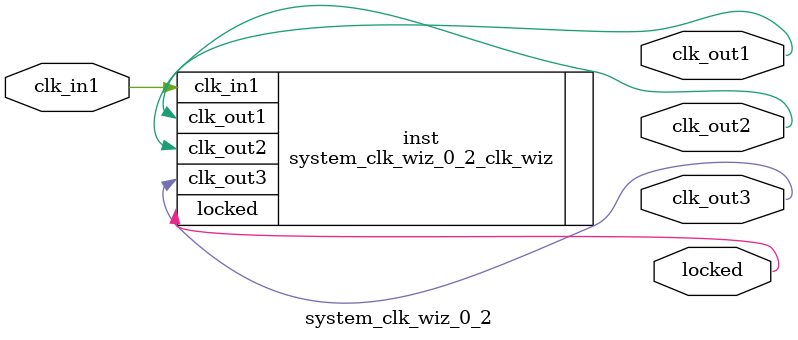
<source format=v>


`timescale 1ps/1ps

(* CORE_GENERATION_INFO = "system_clk_wiz_0_2,clk_wiz_v6_0_11_0_0,{component_name=system_clk_wiz_0_2,use_phase_alignment=true,use_min_o_jitter=false,use_max_i_jitter=false,use_dyn_phase_shift=false,use_inclk_switchover=false,use_dyn_reconfig=false,enable_axi=0,feedback_source=FDBK_AUTO,PRIMITIVE=MMCM,num_out_clk=3,clkin1_period=40.000,clkin2_period=10.0,use_power_down=false,use_reset=false,use_locked=true,use_inclk_stopped=false,feedback_type=SINGLE,CLOCK_MGR_TYPE=NA,manual_override=false}" *)

module system_clk_wiz_0_2 
 (
  // Clock out ports
  output        clk_out1,
  output        clk_out2,
  output        clk_out3,
  // Status and control signals
  output        locked,
 // Clock in ports
  input         clk_in1
 );

  system_clk_wiz_0_2_clk_wiz inst
  (
  // Clock out ports  
  .clk_out1(clk_out1),
  .clk_out2(clk_out2),
  .clk_out3(clk_out3),
  // Status and control signals               
  .locked(locked),
 // Clock in ports
  .clk_in1(clk_in1)
  );

endmodule

</source>
